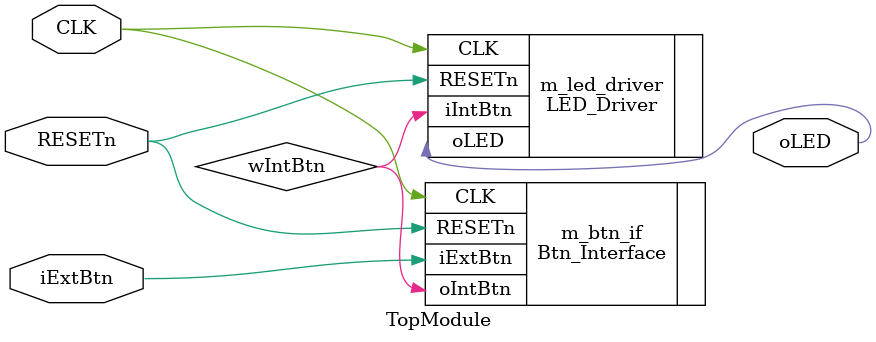
<source format=v>
module TopModule(
    input  wire CLK,
    input  wire RESETn,
    input  wire iExtBtn,
    output wire oLED
);
  wire wIntBtn;

  Btn_Interface m_btn_if (
      .CLK(CLK),
      .RESETn(RESETn),
      .iExtBtn(iExtBtn),
      .oIntBtn(wIntBtn)
  );

  LED_Driver m_led_driver (
      .CLK(CLK),
      .RESETn(RESETn),
      .iIntBtn(wIntBtn),
      .oLED(oLED)
  );
endmodule

</source>
